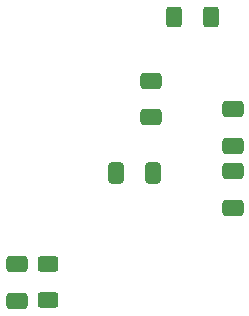
<source format=gbr>
G04 #@! TF.GenerationSoftware,KiCad,Pcbnew,6.0.5-a6ca702e91~116~ubuntu20.04.1*
G04 #@! TF.CreationDate,2022-05-19T12:12:02+02:00*
G04 #@! TF.ProjectId,octoserial,6f63746f-7365-4726-9961-6c2e6b696361,rev?*
G04 #@! TF.SameCoordinates,Original*
G04 #@! TF.FileFunction,Paste,Bot*
G04 #@! TF.FilePolarity,Positive*
%FSLAX46Y46*%
G04 Gerber Fmt 4.6, Leading zero omitted, Abs format (unit mm)*
G04 Created by KiCad (PCBNEW 6.0.5-a6ca702e91~116~ubuntu20.04.1) date 2022-05-19 12:12:02*
%MOMM*%
%LPD*%
G01*
G04 APERTURE LIST*
G04 Aperture macros list*
%AMRoundRect*
0 Rectangle with rounded corners*
0 $1 Rounding radius*
0 $2 $3 $4 $5 $6 $7 $8 $9 X,Y pos of 4 corners*
0 Add a 4 corners polygon primitive as box body*
4,1,4,$2,$3,$4,$5,$6,$7,$8,$9,$2,$3,0*
0 Add four circle primitives for the rounded corners*
1,1,$1+$1,$2,$3*
1,1,$1+$1,$4,$5*
1,1,$1+$1,$6,$7*
1,1,$1+$1,$8,$9*
0 Add four rect primitives between the rounded corners*
20,1,$1+$1,$2,$3,$4,$5,0*
20,1,$1+$1,$4,$5,$6,$7,0*
20,1,$1+$1,$6,$7,$8,$9,0*
20,1,$1+$1,$8,$9,$2,$3,0*%
G04 Aperture macros list end*
%ADD10RoundRect,0.250000X0.625000X-0.400000X0.625000X0.400000X-0.625000X0.400000X-0.625000X-0.400000X0*%
%ADD11RoundRect,0.250000X-0.400000X-0.625000X0.400000X-0.625000X0.400000X0.625000X-0.400000X0.625000X0*%
%ADD12RoundRect,0.250000X0.650000X-0.412500X0.650000X0.412500X-0.650000X0.412500X-0.650000X-0.412500X0*%
%ADD13RoundRect,0.250000X-0.650000X0.412500X-0.650000X-0.412500X0.650000X-0.412500X0.650000X0.412500X0*%
%ADD14RoundRect,0.250000X0.412500X0.650000X-0.412500X0.650000X-0.412500X-0.650000X0.412500X-0.650000X0*%
G04 APERTURE END LIST*
D10*
X56200000Y-88150000D03*
X56200000Y-85050000D03*
D11*
X66850000Y-64200000D03*
X69950000Y-64200000D03*
D12*
X71800000Y-80362500D03*
X71800000Y-77237500D03*
D13*
X71800000Y-71937500D03*
X71800000Y-75062500D03*
D14*
X65062500Y-77400000D03*
X61937500Y-77400000D03*
D13*
X64900000Y-69537500D03*
X64900000Y-72662500D03*
X53500000Y-85050000D03*
X53500000Y-88175000D03*
M02*

</source>
